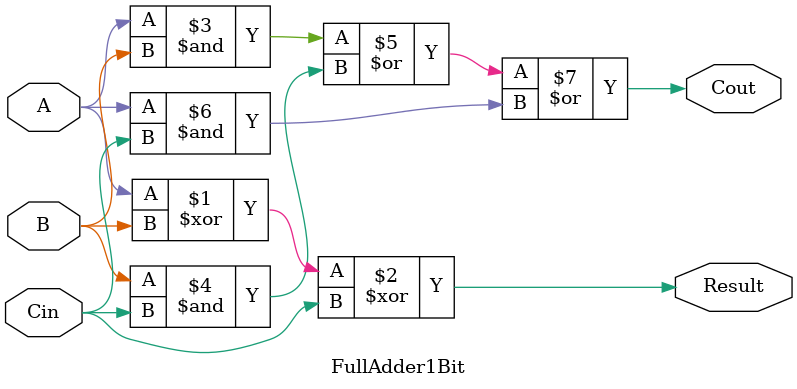
<source format=sv>
`timescale 1ns / 1ps


module FullAdder1Bit(
    input logic A,
    input logic B,
    input logic Cin,
    output logic Result,
    output logic Cout
    );
    
    assign Result = A ^ B ^ Cin;
    assign Cout = (A & B) | (B & Cin) | (A & Cin);
    
endmodule

</source>
